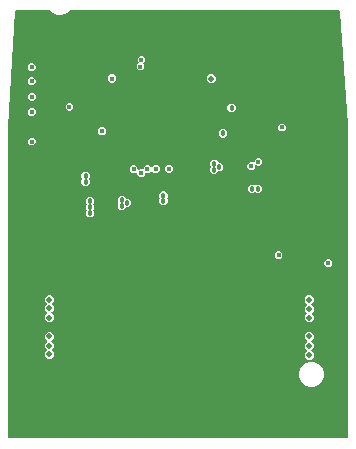
<source format=gbr>
G04 EAGLE Gerber RS-274X export*
G75*
%MOMM*%
%FSLAX34Y34*%
%LPD*%
%INCopper Layer 2*%
%IPPOS*%
%AMOC8*
5,1,8,0,0,1.08239X$1,22.5*%
G01*
%ADD10C,0.457200*%
%ADD11C,0.503200*%
%ADD12C,0.453200*%
%ADD13C,0.403200*%

G36*
X290896Y4771D02*
X290896Y4771D01*
X290915Y4769D01*
X291017Y4791D01*
X291119Y4807D01*
X291136Y4817D01*
X291156Y4821D01*
X291245Y4874D01*
X291336Y4923D01*
X291350Y4937D01*
X291367Y4947D01*
X291434Y5026D01*
X291506Y5101D01*
X291514Y5119D01*
X291527Y5134D01*
X291566Y5230D01*
X291609Y5324D01*
X291611Y5344D01*
X291619Y5362D01*
X291637Y5529D01*
X291637Y269887D01*
X291634Y269908D01*
X291635Y269942D01*
X284730Y365636D01*
X284713Y365705D01*
X284706Y365776D01*
X284685Y365824D01*
X284672Y365875D01*
X284657Y365899D01*
X284651Y366238D01*
X284649Y366251D01*
X284650Y366263D01*
X284627Y366372D01*
X284607Y366480D01*
X284601Y366491D01*
X284598Y366504D01*
X284541Y366599D01*
X284488Y366695D01*
X284478Y366704D01*
X284472Y366715D01*
X284388Y366787D01*
X284306Y366861D01*
X284295Y366866D01*
X284285Y366875D01*
X284182Y366916D01*
X284081Y366961D01*
X284069Y366962D01*
X284057Y366967D01*
X283890Y366985D01*
X56172Y366985D01*
X56082Y366970D01*
X55991Y366963D01*
X55961Y366951D01*
X55929Y366945D01*
X55849Y366903D01*
X55765Y366867D01*
X55733Y366841D01*
X55712Y366830D01*
X55690Y366807D01*
X55634Y366762D01*
X53765Y364893D01*
X49869Y363279D01*
X45651Y363279D01*
X41755Y364893D01*
X39886Y366762D01*
X39812Y366815D01*
X39743Y366875D01*
X39713Y366887D01*
X39686Y366906D01*
X39599Y366933D01*
X39515Y366967D01*
X39474Y366971D01*
X39451Y366978D01*
X39419Y366977D01*
X39348Y366985D01*
X11023Y366985D01*
X10904Y366966D01*
X10786Y366947D01*
X10783Y366946D01*
X10780Y366945D01*
X10674Y366889D01*
X10568Y366834D01*
X10566Y366832D01*
X10563Y366830D01*
X10480Y366743D01*
X10397Y366657D01*
X10396Y366654D01*
X10394Y366652D01*
X10343Y366543D01*
X10292Y366435D01*
X10291Y366431D01*
X10290Y366429D01*
X10289Y366418D01*
X10263Y366270D01*
X4364Y267952D01*
X4366Y267934D01*
X4363Y267906D01*
X4363Y5529D01*
X4366Y5509D01*
X4364Y5490D01*
X4386Y5388D01*
X4402Y5286D01*
X4412Y5269D01*
X4416Y5249D01*
X4469Y5160D01*
X4518Y5069D01*
X4532Y5055D01*
X4542Y5038D01*
X4621Y4971D01*
X4696Y4899D01*
X4714Y4891D01*
X4729Y4878D01*
X4825Y4839D01*
X4919Y4796D01*
X4939Y4794D01*
X4957Y4786D01*
X5124Y4768D01*
X290876Y4768D01*
X290896Y4771D01*
G37*
%LPC*%
G36*
X258651Y48279D02*
X258651Y48279D01*
X254755Y49893D01*
X251773Y52875D01*
X250159Y56771D01*
X250159Y60989D01*
X251773Y64885D01*
X254755Y67867D01*
X258651Y69481D01*
X262869Y69481D01*
X266765Y67867D01*
X269747Y64885D01*
X271361Y60989D01*
X271361Y56771D01*
X269747Y52875D01*
X266765Y49893D01*
X262869Y48279D01*
X258651Y48279D01*
G37*
%LPD*%
%LPC*%
G36*
X115390Y226122D02*
X115390Y226122D01*
X113464Y228047D01*
X113464Y229249D01*
X113453Y229320D01*
X113451Y229391D01*
X113433Y229440D01*
X113425Y229492D01*
X113391Y229555D01*
X113366Y229622D01*
X113334Y229663D01*
X113310Y229709D01*
X113258Y229758D01*
X113213Y229814D01*
X113169Y229843D01*
X113131Y229878D01*
X113066Y229909D01*
X113006Y229947D01*
X112955Y229960D01*
X112908Y229982D01*
X112837Y229990D01*
X112767Y230007D01*
X112715Y230003D01*
X112664Y230009D01*
X112593Y229994D01*
X112522Y229988D01*
X112474Y229968D01*
X112423Y229957D01*
X112362Y229920D01*
X112296Y229892D01*
X112240Y229847D01*
X112212Y229831D01*
X112197Y229813D01*
X112165Y229787D01*
X111593Y229215D01*
X108870Y229215D01*
X106945Y231141D01*
X106945Y233864D01*
X108870Y235789D01*
X111593Y235789D01*
X113518Y233864D01*
X113518Y232662D01*
X113530Y232591D01*
X113532Y232520D01*
X113550Y232471D01*
X113558Y232419D01*
X113592Y232356D01*
X113616Y232289D01*
X113649Y232248D01*
X113673Y232202D01*
X113725Y232153D01*
X113770Y232097D01*
X113814Y232068D01*
X113852Y232033D01*
X113917Y232002D01*
X113977Y231964D01*
X114027Y231951D01*
X114075Y231929D01*
X114146Y231921D01*
X114215Y231904D01*
X114267Y231908D01*
X114319Y231902D01*
X114389Y231917D01*
X114461Y231923D01*
X114508Y231943D01*
X114559Y231954D01*
X114621Y231991D01*
X114687Y232019D01*
X114743Y232064D01*
X114771Y232080D01*
X114786Y232098D01*
X114818Y232124D01*
X115390Y232696D01*
X117952Y232696D01*
X117972Y232699D01*
X117991Y232697D01*
X118093Y232719D01*
X118195Y232735D01*
X118212Y232745D01*
X118232Y232749D01*
X118321Y232802D01*
X118412Y232850D01*
X118426Y232865D01*
X118443Y232875D01*
X118510Y232954D01*
X118582Y233029D01*
X118590Y233047D01*
X118603Y233062D01*
X118642Y233158D01*
X118685Y233252D01*
X118687Y233272D01*
X118695Y233290D01*
X118713Y233457D01*
X118713Y234361D01*
X120639Y236287D01*
X123361Y236287D01*
X124962Y234686D01*
X124978Y234675D01*
X124990Y234659D01*
X125078Y234603D01*
X125161Y234543D01*
X125180Y234537D01*
X125197Y234526D01*
X125298Y234501D01*
X125397Y234471D01*
X125416Y234471D01*
X125436Y234466D01*
X125539Y234474D01*
X125642Y234477D01*
X125661Y234484D01*
X125681Y234485D01*
X125776Y234526D01*
X125873Y234561D01*
X125889Y234574D01*
X125907Y234582D01*
X126038Y234686D01*
X127639Y236287D01*
X130361Y236287D01*
X132287Y234361D01*
X132287Y231639D01*
X130361Y229713D01*
X127639Y229713D01*
X126038Y231314D01*
X126022Y231325D01*
X126010Y231341D01*
X125922Y231397D01*
X125839Y231457D01*
X125820Y231463D01*
X125803Y231474D01*
X125702Y231499D01*
X125603Y231529D01*
X125584Y231529D01*
X125564Y231534D01*
X125461Y231526D01*
X125358Y231523D01*
X125339Y231516D01*
X125319Y231515D01*
X125224Y231474D01*
X125127Y231439D01*
X125111Y231426D01*
X125093Y231418D01*
X124962Y231314D01*
X123361Y229713D01*
X120799Y229713D01*
X120779Y229710D01*
X120760Y229712D01*
X120658Y229690D01*
X120556Y229674D01*
X120539Y229664D01*
X120519Y229660D01*
X120430Y229607D01*
X120339Y229558D01*
X120325Y229544D01*
X120308Y229534D01*
X120241Y229455D01*
X120170Y229380D01*
X120161Y229362D01*
X120148Y229347D01*
X120109Y229251D01*
X120066Y229157D01*
X120064Y229137D01*
X120056Y229119D01*
X120038Y228952D01*
X120038Y228047D01*
X118112Y226122D01*
X115390Y226122D01*
G37*
%LPD*%
%LPC*%
G36*
X257431Y71213D02*
X257431Y71213D01*
X255213Y73431D01*
X255213Y76569D01*
X257106Y78462D01*
X257118Y78478D01*
X257134Y78490D01*
X257190Y78578D01*
X257250Y78661D01*
X257256Y78680D01*
X257267Y78697D01*
X257292Y78798D01*
X257322Y78897D01*
X257322Y78916D01*
X257327Y78936D01*
X257319Y79039D01*
X257316Y79142D01*
X257309Y79161D01*
X257308Y79181D01*
X257267Y79276D01*
X257232Y79373D01*
X257219Y79389D01*
X257211Y79407D01*
X257106Y79538D01*
X255213Y81431D01*
X255213Y84569D01*
X257106Y86462D01*
X257118Y86478D01*
X257134Y86490D01*
X257164Y86537D01*
X257180Y86555D01*
X257193Y86583D01*
X257250Y86661D01*
X257256Y86680D01*
X257267Y86697D01*
X257292Y86798D01*
X257322Y86897D01*
X257322Y86916D01*
X257327Y86936D01*
X257319Y87039D01*
X257316Y87142D01*
X257309Y87161D01*
X257308Y87181D01*
X257267Y87276D01*
X257232Y87373D01*
X257219Y87389D01*
X257211Y87407D01*
X257106Y87538D01*
X255213Y89431D01*
X255213Y92569D01*
X257431Y94787D01*
X260569Y94787D01*
X262787Y92569D01*
X262787Y89431D01*
X260894Y87538D01*
X260882Y87522D01*
X260866Y87510D01*
X260810Y87422D01*
X260750Y87339D01*
X260744Y87320D01*
X260733Y87303D01*
X260708Y87202D01*
X260678Y87103D01*
X260678Y87084D01*
X260673Y87064D01*
X260681Y86961D01*
X260684Y86858D01*
X260691Y86839D01*
X260692Y86819D01*
X260733Y86724D01*
X260768Y86627D01*
X260781Y86611D01*
X260789Y86593D01*
X260861Y86502D01*
X260867Y86492D01*
X260874Y86486D01*
X260894Y86462D01*
X262787Y84569D01*
X262787Y81431D01*
X260894Y79538D01*
X260882Y79522D01*
X260866Y79510D01*
X260810Y79422D01*
X260750Y79339D01*
X260744Y79320D01*
X260733Y79303D01*
X260708Y79202D01*
X260678Y79103D01*
X260678Y79084D01*
X260673Y79064D01*
X260681Y78961D01*
X260684Y78858D01*
X260691Y78839D01*
X260692Y78819D01*
X260733Y78724D01*
X260768Y78627D01*
X260781Y78611D01*
X260789Y78593D01*
X260894Y78462D01*
X262787Y76569D01*
X262787Y73431D01*
X260569Y71213D01*
X257431Y71213D01*
G37*
%LPD*%
%LPC*%
G36*
X257431Y103213D02*
X257431Y103213D01*
X255213Y105431D01*
X255213Y108569D01*
X256606Y109962D01*
X256618Y109978D01*
X256634Y109990D01*
X256690Y110078D01*
X256750Y110161D01*
X256756Y110180D01*
X256767Y110197D01*
X256792Y110298D01*
X256822Y110397D01*
X256822Y110416D01*
X256827Y110436D01*
X256819Y110539D01*
X256816Y110642D01*
X256809Y110661D01*
X256808Y110681D01*
X256767Y110776D01*
X256732Y110873D01*
X256719Y110889D01*
X256711Y110907D01*
X256606Y111038D01*
X255213Y112431D01*
X255213Y115569D01*
X257106Y117462D01*
X257118Y117478D01*
X257134Y117490D01*
X257190Y117578D01*
X257250Y117661D01*
X257256Y117680D01*
X257267Y117697D01*
X257292Y117798D01*
X257322Y117897D01*
X257322Y117916D01*
X257327Y117936D01*
X257319Y118039D01*
X257316Y118142D01*
X257309Y118161D01*
X257308Y118181D01*
X257267Y118276D01*
X257232Y118373D01*
X257219Y118389D01*
X257211Y118407D01*
X257106Y118538D01*
X255213Y120431D01*
X255213Y123569D01*
X257431Y125787D01*
X260569Y125787D01*
X262787Y123569D01*
X262787Y120431D01*
X260894Y118538D01*
X260882Y118522D01*
X260866Y118510D01*
X260810Y118422D01*
X260750Y118339D01*
X260744Y118320D01*
X260733Y118303D01*
X260708Y118202D01*
X260678Y118103D01*
X260678Y118084D01*
X260673Y118064D01*
X260681Y117961D01*
X260684Y117858D01*
X260691Y117839D01*
X260692Y117819D01*
X260733Y117724D01*
X260768Y117627D01*
X260781Y117611D01*
X260789Y117593D01*
X260894Y117462D01*
X262787Y115569D01*
X262787Y112431D01*
X261394Y111038D01*
X261382Y111022D01*
X261366Y111010D01*
X261310Y110922D01*
X261250Y110839D01*
X261244Y110820D01*
X261233Y110803D01*
X261208Y110702D01*
X261178Y110603D01*
X261178Y110584D01*
X261173Y110564D01*
X261181Y110461D01*
X261184Y110358D01*
X261191Y110339D01*
X261192Y110319D01*
X261233Y110224D01*
X261268Y110127D01*
X261281Y110111D01*
X261289Y110093D01*
X261394Y109962D01*
X262787Y108569D01*
X262787Y105431D01*
X260569Y103213D01*
X257431Y103213D01*
G37*
%LPD*%
%LPC*%
G36*
X37431Y103213D02*
X37431Y103213D01*
X35213Y105431D01*
X35213Y108569D01*
X37106Y110462D01*
X37118Y110478D01*
X37134Y110490D01*
X37190Y110578D01*
X37250Y110661D01*
X37256Y110680D01*
X37267Y110697D01*
X37292Y110798D01*
X37322Y110897D01*
X37322Y110916D01*
X37327Y110936D01*
X37319Y111039D01*
X37316Y111142D01*
X37309Y111161D01*
X37308Y111181D01*
X37267Y111276D01*
X37232Y111373D01*
X37219Y111389D01*
X37211Y111407D01*
X37106Y111538D01*
X35213Y113431D01*
X35213Y116569D01*
X36606Y117962D01*
X36618Y117978D01*
X36634Y117990D01*
X36690Y118078D01*
X36750Y118161D01*
X36756Y118180D01*
X36767Y118197D01*
X36792Y118298D01*
X36822Y118397D01*
X36822Y118416D01*
X36827Y118436D01*
X36819Y118539D01*
X36816Y118642D01*
X36809Y118661D01*
X36808Y118681D01*
X36767Y118776D01*
X36732Y118873D01*
X36719Y118889D01*
X36711Y118907D01*
X36606Y119038D01*
X35213Y120431D01*
X35213Y123569D01*
X37431Y125787D01*
X40569Y125787D01*
X42787Y123569D01*
X42787Y120431D01*
X41394Y119038D01*
X41382Y119022D01*
X41366Y119010D01*
X41310Y118922D01*
X41250Y118839D01*
X41244Y118820D01*
X41233Y118803D01*
X41208Y118702D01*
X41178Y118603D01*
X41178Y118584D01*
X41173Y118564D01*
X41181Y118461D01*
X41184Y118358D01*
X41191Y118339D01*
X41192Y118319D01*
X41233Y118224D01*
X41268Y118127D01*
X41281Y118111D01*
X41289Y118093D01*
X41394Y117962D01*
X42787Y116569D01*
X42787Y113431D01*
X40894Y111538D01*
X40882Y111522D01*
X40866Y111510D01*
X40810Y111422D01*
X40750Y111339D01*
X40744Y111320D01*
X40733Y111303D01*
X40708Y111202D01*
X40678Y111103D01*
X40678Y111084D01*
X40673Y111064D01*
X40681Y110961D01*
X40684Y110858D01*
X40691Y110839D01*
X40692Y110819D01*
X40733Y110724D01*
X40768Y110627D01*
X40781Y110611D01*
X40789Y110593D01*
X40894Y110462D01*
X42787Y108569D01*
X42787Y105431D01*
X40569Y103213D01*
X37431Y103213D01*
G37*
%LPD*%
%LPC*%
G36*
X37431Y72213D02*
X37431Y72213D01*
X35213Y74431D01*
X35213Y77569D01*
X36606Y78962D01*
X36618Y78978D01*
X36634Y78990D01*
X36690Y79078D01*
X36750Y79161D01*
X36756Y79180D01*
X36767Y79197D01*
X36792Y79298D01*
X36822Y79397D01*
X36822Y79416D01*
X36827Y79436D01*
X36819Y79539D01*
X36816Y79642D01*
X36809Y79661D01*
X36808Y79681D01*
X36767Y79776D01*
X36732Y79873D01*
X36719Y79889D01*
X36711Y79907D01*
X36606Y80038D01*
X35213Y81431D01*
X35213Y84569D01*
X37106Y86462D01*
X37118Y86478D01*
X37134Y86490D01*
X37164Y86537D01*
X37180Y86555D01*
X37193Y86583D01*
X37250Y86661D01*
X37256Y86680D01*
X37267Y86697D01*
X37292Y86798D01*
X37322Y86897D01*
X37322Y86916D01*
X37327Y86936D01*
X37319Y87039D01*
X37316Y87142D01*
X37309Y87161D01*
X37308Y87181D01*
X37267Y87276D01*
X37232Y87373D01*
X37219Y87389D01*
X37211Y87407D01*
X37106Y87538D01*
X35213Y89431D01*
X35213Y92569D01*
X37431Y94787D01*
X40569Y94787D01*
X42787Y92569D01*
X42787Y89431D01*
X40894Y87538D01*
X40882Y87522D01*
X40866Y87510D01*
X40810Y87422D01*
X40750Y87339D01*
X40744Y87320D01*
X40733Y87303D01*
X40708Y87202D01*
X40678Y87103D01*
X40678Y87084D01*
X40673Y87064D01*
X40681Y86961D01*
X40684Y86858D01*
X40691Y86839D01*
X40692Y86819D01*
X40733Y86724D01*
X40768Y86627D01*
X40781Y86611D01*
X40789Y86593D01*
X40861Y86502D01*
X40867Y86492D01*
X40874Y86486D01*
X40894Y86462D01*
X42787Y84569D01*
X42787Y81431D01*
X41394Y80038D01*
X41382Y80022D01*
X41366Y80010D01*
X41310Y79922D01*
X41250Y79839D01*
X41244Y79820D01*
X41233Y79803D01*
X41208Y79702D01*
X41178Y79603D01*
X41178Y79584D01*
X41173Y79564D01*
X41181Y79461D01*
X41184Y79358D01*
X41191Y79339D01*
X41192Y79319D01*
X41233Y79224D01*
X41268Y79127D01*
X41281Y79111D01*
X41289Y79093D01*
X41394Y78962D01*
X42787Y77569D01*
X42787Y74431D01*
X40569Y72213D01*
X37431Y72213D01*
G37*
%LPD*%
%LPC*%
G36*
X71916Y191948D02*
X71916Y191948D01*
X69832Y194032D01*
X69832Y196978D01*
X70321Y197467D01*
X70332Y197483D01*
X70348Y197495D01*
X70404Y197582D01*
X70464Y197666D01*
X70470Y197685D01*
X70481Y197702D01*
X70506Y197803D01*
X70537Y197902D01*
X70536Y197921D01*
X70541Y197941D01*
X70533Y198044D01*
X70530Y198147D01*
X70523Y198166D01*
X70522Y198186D01*
X70481Y198281D01*
X70446Y198378D01*
X70433Y198394D01*
X70426Y198412D01*
X70321Y198543D01*
X69832Y199032D01*
X69832Y201978D01*
X70321Y202467D01*
X70332Y202483D01*
X70348Y202495D01*
X70404Y202583D01*
X70464Y202666D01*
X70470Y202685D01*
X70481Y202702D01*
X70506Y202803D01*
X70537Y202902D01*
X70536Y202921D01*
X70541Y202941D01*
X70533Y203044D01*
X70530Y203147D01*
X70523Y203166D01*
X70522Y203186D01*
X70481Y203281D01*
X70446Y203378D01*
X70433Y203394D01*
X70426Y203412D01*
X70321Y203543D01*
X69832Y204032D01*
X69832Y206978D01*
X71916Y209062D01*
X74862Y209062D01*
X76946Y206978D01*
X76946Y204032D01*
X76457Y203543D01*
X76446Y203527D01*
X76430Y203515D01*
X76374Y203427D01*
X76314Y203344D01*
X76308Y203325D01*
X76297Y203308D01*
X76272Y203207D01*
X76241Y203108D01*
X76242Y203089D01*
X76237Y203069D01*
X76245Y202966D01*
X76248Y202863D01*
X76255Y202844D01*
X76256Y202824D01*
X76297Y202729D01*
X76332Y202632D01*
X76345Y202616D01*
X76352Y202598D01*
X76457Y202467D01*
X76946Y201978D01*
X76946Y199032D01*
X76457Y198543D01*
X76446Y198527D01*
X76430Y198515D01*
X76374Y198427D01*
X76314Y198344D01*
X76308Y198325D01*
X76297Y198308D01*
X76272Y198207D01*
X76241Y198108D01*
X76242Y198089D01*
X76237Y198069D01*
X76245Y197966D01*
X76248Y197863D01*
X76255Y197844D01*
X76256Y197824D01*
X76297Y197729D01*
X76332Y197632D01*
X76345Y197616D01*
X76352Y197598D01*
X76457Y197467D01*
X76946Y196978D01*
X76946Y194032D01*
X74862Y191948D01*
X71916Y191948D01*
G37*
%LPD*%
%LPC*%
G36*
X177054Y228606D02*
X177054Y228606D01*
X174971Y230690D01*
X174971Y233636D01*
X175454Y234119D01*
X175466Y234136D01*
X175481Y234148D01*
X175537Y234235D01*
X175598Y234319D01*
X175604Y234338D01*
X175614Y234355D01*
X175640Y234455D01*
X175640Y234457D01*
X175642Y234460D01*
X175642Y234462D01*
X175670Y234554D01*
X175670Y234574D01*
X175674Y234594D01*
X175667Y234689D01*
X175669Y234705D01*
X175666Y234718D01*
X175664Y234800D01*
X175657Y234819D01*
X175655Y234839D01*
X175623Y234915D01*
X175616Y234945D01*
X175602Y234969D01*
X175579Y235031D01*
X175567Y235047D01*
X175559Y235065D01*
X175502Y235136D01*
X175490Y235156D01*
X175477Y235167D01*
X175454Y235196D01*
X175068Y235583D01*
X175068Y238529D01*
X177151Y240613D01*
X180098Y240613D01*
X182290Y238420D01*
X182336Y238333D01*
X182350Y238320D01*
X182361Y238303D01*
X182439Y238235D01*
X182514Y238164D01*
X182532Y238156D01*
X182548Y238143D01*
X182644Y238104D01*
X182737Y238060D01*
X182757Y238058D01*
X182776Y238051D01*
X182942Y238032D01*
X184204Y238032D01*
X186287Y235949D01*
X186287Y233002D01*
X184204Y230919D01*
X182629Y230919D01*
X182539Y230904D01*
X182448Y230897D01*
X182418Y230884D01*
X182386Y230879D01*
X182305Y230836D01*
X182221Y230801D01*
X182189Y230775D01*
X182169Y230764D01*
X182146Y230741D01*
X182091Y230696D01*
X180001Y228606D01*
X177054Y228606D01*
G37*
%LPD*%
%LPC*%
G36*
X98777Y198005D02*
X98777Y198005D01*
X96693Y200088D01*
X96693Y203035D01*
X97116Y203458D01*
X97127Y203474D01*
X97143Y203486D01*
X97199Y203573D01*
X97259Y203657D01*
X97265Y203676D01*
X97276Y203693D01*
X97301Y203793D01*
X97332Y203892D01*
X97331Y203912D01*
X97336Y203932D01*
X97328Y204035D01*
X97325Y204138D01*
X97318Y204157D01*
X97317Y204177D01*
X97276Y204272D01*
X97241Y204369D01*
X97228Y204385D01*
X97221Y204403D01*
X97116Y204534D01*
X96662Y204988D01*
X96662Y207934D01*
X98746Y210018D01*
X101692Y210018D01*
X103859Y207851D01*
X103933Y207798D01*
X104002Y207739D01*
X104032Y207726D01*
X104058Y207708D01*
X104145Y207681D01*
X104230Y207647D01*
X104271Y207642D01*
X104293Y207635D01*
X104326Y207636D01*
X104397Y207628D01*
X105858Y207628D01*
X107941Y205545D01*
X107941Y202598D01*
X105858Y200515D01*
X104548Y200515D01*
X104458Y200500D01*
X104367Y200493D01*
X104337Y200480D01*
X104305Y200475D01*
X104225Y200432D01*
X104141Y200397D01*
X104109Y200371D01*
X104088Y200360D01*
X104066Y200337D01*
X104010Y200292D01*
X101723Y198005D01*
X98777Y198005D01*
G37*
%LPD*%
%LPC*%
G36*
X213997Y212515D02*
X213997Y212515D01*
X213525Y212987D01*
X213509Y212999D01*
X213497Y213014D01*
X213409Y213070D01*
X213325Y213131D01*
X213306Y213136D01*
X213290Y213147D01*
X213189Y213173D01*
X213090Y213203D01*
X213070Y213202D01*
X213051Y213207D01*
X212948Y213199D01*
X212844Y213197D01*
X212826Y213190D01*
X212806Y213188D01*
X212711Y213148D01*
X212613Y213112D01*
X212598Y213100D01*
X212580Y213092D01*
X212449Y212987D01*
X211978Y212517D01*
X209032Y212517D01*
X206948Y214600D01*
X206948Y217547D01*
X209032Y219630D01*
X211978Y219630D01*
X212450Y219158D01*
X212466Y219147D01*
X212479Y219131D01*
X212566Y219075D01*
X212650Y219015D01*
X212669Y219009D01*
X212686Y218998D01*
X212786Y218973D01*
X212885Y218943D01*
X212905Y218943D01*
X212924Y218938D01*
X213027Y218946D01*
X213131Y218949D01*
X213150Y218956D01*
X213170Y218957D01*
X213264Y218998D01*
X213362Y219033D01*
X213378Y219046D01*
X213396Y219054D01*
X213527Y219158D01*
X213997Y219629D01*
X216944Y219629D01*
X219027Y217545D01*
X219027Y214599D01*
X216944Y212515D01*
X213997Y212515D01*
G37*
%LPD*%
%LPC*%
G36*
X134009Y202061D02*
X134009Y202061D01*
X131926Y204144D01*
X131926Y207091D01*
X132303Y207468D01*
X132315Y207484D01*
X132330Y207496D01*
X132386Y207583D01*
X132446Y207667D01*
X132452Y207686D01*
X132463Y207703D01*
X132488Y207803D01*
X132519Y207902D01*
X132518Y207922D01*
X132523Y207942D01*
X132515Y208045D01*
X132512Y208148D01*
X132506Y208167D01*
X132504Y208187D01*
X132464Y208282D01*
X132458Y208298D01*
X132457Y208301D01*
X132456Y208303D01*
X132428Y208379D01*
X132416Y208395D01*
X132408Y208413D01*
X132338Y208500D01*
X132331Y208512D01*
X132323Y208519D01*
X132303Y208544D01*
X131996Y208852D01*
X131996Y211798D01*
X134079Y213881D01*
X137026Y213881D01*
X139109Y211798D01*
X139109Y208852D01*
X138732Y208475D01*
X138720Y208458D01*
X138705Y208446D01*
X138649Y208359D01*
X138589Y208275D01*
X138583Y208256D01*
X138572Y208239D01*
X138547Y208139D01*
X138516Y208040D01*
X138517Y208020D01*
X138512Y208000D01*
X138520Y207897D01*
X138523Y207794D01*
X138529Y207775D01*
X138531Y207755D01*
X138571Y207660D01*
X138607Y207563D01*
X138619Y207547D01*
X138627Y207529D01*
X138732Y207398D01*
X139039Y207091D01*
X139039Y204144D01*
X136956Y202061D01*
X134009Y202061D01*
G37*
%LPD*%
%LPC*%
G36*
X68177Y218516D02*
X68177Y218516D01*
X66093Y220599D01*
X66093Y223546D01*
X66370Y223823D01*
X66382Y223839D01*
X66397Y223851D01*
X66453Y223938D01*
X66514Y224022D01*
X66519Y224042D01*
X66530Y224058D01*
X66555Y224159D01*
X66586Y224258D01*
X66585Y224278D01*
X66590Y224297D01*
X66582Y224400D01*
X66580Y224503D01*
X66573Y224522D01*
X66571Y224542D01*
X66531Y224637D01*
X66495Y224734D01*
X66483Y224750D01*
X66475Y224768D01*
X66370Y224899D01*
X66036Y225233D01*
X66036Y228180D01*
X68120Y230263D01*
X71066Y230263D01*
X73150Y228180D01*
X73150Y225233D01*
X72873Y224956D01*
X72861Y224940D01*
X72846Y224928D01*
X72790Y224841D01*
X72729Y224756D01*
X72723Y224737D01*
X72713Y224721D01*
X72687Y224620D01*
X72657Y224521D01*
X72657Y224501D01*
X72653Y224482D01*
X72661Y224379D01*
X72663Y224276D01*
X72670Y224257D01*
X72672Y224237D01*
X72712Y224142D01*
X72748Y224045D01*
X72760Y224029D01*
X72768Y224011D01*
X72873Y223880D01*
X73207Y223546D01*
X73207Y220599D01*
X71123Y218516D01*
X68177Y218516D01*
G37*
%LPD*%
%LPC*%
G36*
X208639Y231713D02*
X208639Y231713D01*
X206713Y233639D01*
X206713Y236361D01*
X208639Y238287D01*
X211361Y238287D01*
X211414Y238234D01*
X211472Y238193D01*
X211524Y238143D01*
X211571Y238121D01*
X211613Y238091D01*
X211682Y238070D01*
X211747Y238040D01*
X211799Y238034D01*
X211849Y238018D01*
X211920Y238020D01*
X211991Y238012D01*
X212042Y238024D01*
X212094Y238025D01*
X212162Y238049D01*
X212232Y238065D01*
X212277Y238091D01*
X212325Y238109D01*
X212381Y238154D01*
X212443Y238191D01*
X212477Y238230D01*
X212517Y238263D01*
X212556Y238323D01*
X212603Y238378D01*
X212622Y238426D01*
X212650Y238470D01*
X212668Y238539D01*
X212695Y238606D01*
X212703Y238677D01*
X212711Y238708D01*
X212709Y238732D01*
X212713Y238773D01*
X212713Y240361D01*
X214639Y242287D01*
X217361Y242287D01*
X219287Y240361D01*
X219287Y237639D01*
X217361Y235713D01*
X214639Y235713D01*
X214586Y235766D01*
X214528Y235807D01*
X214476Y235857D01*
X214429Y235879D01*
X214387Y235909D01*
X214318Y235930D01*
X214253Y235960D01*
X214201Y235966D01*
X214151Y235982D01*
X214080Y235980D01*
X214009Y235988D01*
X213958Y235976D01*
X213906Y235975D01*
X213838Y235951D01*
X213768Y235935D01*
X213723Y235909D01*
X213675Y235891D01*
X213619Y235846D01*
X213557Y235809D01*
X213523Y235770D01*
X213483Y235737D01*
X213444Y235677D01*
X213397Y235622D01*
X213378Y235574D01*
X213350Y235530D01*
X213332Y235461D01*
X213305Y235394D01*
X213297Y235323D01*
X213289Y235292D01*
X213291Y235268D01*
X213287Y235227D01*
X213287Y233639D01*
X211361Y231713D01*
X208639Y231713D01*
G37*
%LPD*%
%LPC*%
G36*
X114746Y316243D02*
X114746Y316243D01*
X112821Y318168D01*
X112821Y320891D01*
X114239Y322309D01*
X114251Y322325D01*
X114266Y322338D01*
X114322Y322425D01*
X114382Y322509D01*
X114388Y322528D01*
X114399Y322545D01*
X114424Y322645D01*
X114455Y322744D01*
X114454Y322764D01*
X114459Y322783D01*
X114451Y322886D01*
X114448Y322990D01*
X114442Y323008D01*
X114440Y323028D01*
X114400Y323123D01*
X114364Y323221D01*
X114351Y323236D01*
X114344Y323255D01*
X114239Y323386D01*
X113660Y323965D01*
X113660Y326687D01*
X115585Y328613D01*
X118308Y328613D01*
X120233Y326687D01*
X120233Y323965D01*
X118815Y322547D01*
X118804Y322530D01*
X118788Y322518D01*
X118732Y322431D01*
X118672Y322347D01*
X118666Y322328D01*
X118655Y322311D01*
X118630Y322211D01*
X118599Y322112D01*
X118600Y322092D01*
X118595Y322073D01*
X118603Y321970D01*
X118606Y321866D01*
X118612Y321847D01*
X118614Y321827D01*
X118654Y321732D01*
X118690Y321635D01*
X118703Y321619D01*
X118710Y321601D01*
X118815Y321470D01*
X119394Y320891D01*
X119394Y318168D01*
X117469Y316243D01*
X114746Y316243D01*
G37*
%LPD*%
%LPC*%
G36*
X174531Y305610D02*
X174531Y305610D01*
X172313Y307828D01*
X172313Y310965D01*
X174531Y313183D01*
X177668Y313183D01*
X179887Y310965D01*
X179887Y307828D01*
X177668Y305610D01*
X174531Y305610D01*
G37*
%LPD*%
%LPC*%
G36*
X191822Y280809D02*
X191822Y280809D01*
X189739Y282892D01*
X189739Y285839D01*
X191822Y287922D01*
X194769Y287922D01*
X196852Y285839D01*
X196852Y282892D01*
X194769Y280809D01*
X191822Y280809D01*
G37*
%LPD*%
%LPC*%
G36*
X184411Y259324D02*
X184411Y259324D01*
X182327Y261408D01*
X182327Y264354D01*
X184411Y266438D01*
X187357Y266438D01*
X189441Y264354D01*
X189441Y261408D01*
X187357Y259324D01*
X184411Y259324D01*
G37*
%LPD*%
%LPC*%
G36*
X90446Y305854D02*
X90446Y305854D01*
X88374Y307926D01*
X88374Y310856D01*
X90446Y312928D01*
X93376Y312928D01*
X95448Y310856D01*
X95448Y307926D01*
X93376Y305854D01*
X90446Y305854D01*
G37*
%LPD*%
%LPC*%
G36*
X81984Y261348D02*
X81984Y261348D01*
X79912Y263419D01*
X79912Y266349D01*
X81984Y268421D01*
X84914Y268421D01*
X86985Y266349D01*
X86985Y263419D01*
X84914Y261348D01*
X81984Y261348D01*
G37*
%LPD*%
%LPC*%
G36*
X22639Y315713D02*
X22639Y315713D01*
X20713Y317639D01*
X20713Y320361D01*
X22639Y322287D01*
X25361Y322287D01*
X27287Y320361D01*
X27287Y317639D01*
X25361Y315713D01*
X22639Y315713D01*
G37*
%LPD*%
%LPC*%
G36*
X22639Y303713D02*
X22639Y303713D01*
X20713Y305639D01*
X20713Y308361D01*
X22639Y310287D01*
X25361Y310287D01*
X27287Y308361D01*
X27287Y305639D01*
X25361Y303713D01*
X22639Y303713D01*
G37*
%LPD*%
%LPC*%
G36*
X22639Y290713D02*
X22639Y290713D01*
X20713Y292639D01*
X20713Y295361D01*
X22639Y297287D01*
X25361Y297287D01*
X27287Y295361D01*
X27287Y292639D01*
X25361Y290713D01*
X22639Y290713D01*
G37*
%LPD*%
%LPC*%
G36*
X54643Y282206D02*
X54643Y282206D01*
X52718Y284131D01*
X52718Y286854D01*
X54643Y288779D01*
X57366Y288779D01*
X59291Y286854D01*
X59291Y284131D01*
X57366Y282206D01*
X54643Y282206D01*
G37*
%LPD*%
%LPC*%
G36*
X22639Y277713D02*
X22639Y277713D01*
X20713Y279639D01*
X20713Y282361D01*
X22639Y284287D01*
X25361Y284287D01*
X27287Y282361D01*
X27287Y279639D01*
X25361Y277713D01*
X22639Y277713D01*
G37*
%LPD*%
%LPC*%
G36*
X234639Y264713D02*
X234639Y264713D01*
X232713Y266639D01*
X232713Y269361D01*
X234639Y271287D01*
X237361Y271287D01*
X239287Y269361D01*
X239287Y266639D01*
X237361Y264713D01*
X234639Y264713D01*
G37*
%LPD*%
%LPC*%
G36*
X22639Y252713D02*
X22639Y252713D01*
X20713Y254639D01*
X20713Y257361D01*
X22639Y259287D01*
X25361Y259287D01*
X27287Y257361D01*
X27287Y254639D01*
X25361Y252713D01*
X22639Y252713D01*
G37*
%LPD*%
%LPC*%
G36*
X138639Y229713D02*
X138639Y229713D01*
X136713Y231639D01*
X136713Y234361D01*
X138639Y236287D01*
X141361Y236287D01*
X143287Y234361D01*
X143287Y231639D01*
X141361Y229713D01*
X138639Y229713D01*
G37*
%LPD*%
%LPC*%
G36*
X231639Y156713D02*
X231639Y156713D01*
X229713Y158639D01*
X229713Y161361D01*
X231639Y163287D01*
X234361Y163287D01*
X236287Y161361D01*
X236287Y158639D01*
X234361Y156713D01*
X231639Y156713D01*
G37*
%LPD*%
%LPC*%
G36*
X273639Y149713D02*
X273639Y149713D01*
X271713Y151639D01*
X271713Y154361D01*
X273639Y156287D01*
X276361Y156287D01*
X278287Y154361D01*
X278287Y151639D01*
X276361Y149713D01*
X273639Y149713D01*
G37*
%LPD*%
D10*
X193296Y284365D03*
X135552Y210325D03*
X135483Y205617D03*
D11*
X176100Y309396D03*
D10*
X69650Y222073D03*
X178528Y232163D03*
X182731Y234476D03*
X185884Y262881D03*
X69593Y226706D03*
D12*
X91911Y309391D03*
X83449Y264884D03*
D10*
X178624Y237056D03*
X123423Y287706D03*
X136758Y276371D03*
X123423Y265036D03*
X123423Y276371D03*
X136758Y287706D03*
X150093Y287706D03*
X150093Y276371D03*
X150093Y265036D03*
X136758Y265036D03*
X113009Y265036D03*
X112882Y275990D03*
X113009Y287706D03*
X160634Y264909D03*
X160634Y276371D03*
X160581Y287714D03*
X113009Y253036D03*
X123423Y253036D03*
X136702Y253176D03*
X150093Y253120D03*
X160593Y253071D03*
X113009Y299706D03*
X123423Y299706D03*
X136758Y299706D03*
X150093Y299706D03*
X160581Y299714D03*
D11*
X12714Y363153D03*
X21381Y363000D03*
X30762Y363000D03*
X40143Y363000D03*
X58905Y363000D03*
X68286Y363000D03*
X77667Y363000D03*
X87048Y363000D03*
X96429Y363000D03*
X105810Y363000D03*
X115191Y363000D03*
X124572Y363000D03*
X133953Y363000D03*
X143229Y363385D03*
X152967Y363378D03*
X162691Y363350D03*
X243398Y363000D03*
X252779Y363000D03*
X262160Y363000D03*
X271541Y363000D03*
X280922Y363000D03*
X12170Y353747D03*
X11634Y344055D03*
X11238Y334984D03*
X10455Y325170D03*
X9847Y316022D03*
X9490Y306890D03*
X8873Y297333D03*
X8873Y287952D03*
X8873Y278571D03*
X8873Y269190D03*
X8873Y259809D03*
X8873Y250428D03*
X8873Y241047D03*
X8873Y231666D03*
X8873Y222285D03*
X8873Y212904D03*
X8873Y184761D03*
X8873Y175380D03*
X8873Y165999D03*
X8873Y97205D03*
X8873Y87824D03*
X8873Y78443D03*
X8873Y69062D03*
X8873Y59681D03*
X8873Y50300D03*
X8873Y40919D03*
X8873Y31538D03*
X8873Y22157D03*
X8873Y12776D03*
X15127Y9649D03*
X24508Y9649D03*
X33889Y9649D03*
X43270Y9649D03*
X52651Y9649D03*
X62032Y9649D03*
X71413Y9649D03*
X80794Y9649D03*
X90175Y9649D03*
X99556Y9649D03*
X108937Y9649D03*
X118318Y9649D03*
X127699Y9649D03*
X137080Y9649D03*
X146461Y9649D03*
X155842Y9649D03*
X165223Y9649D03*
X174604Y9649D03*
X183985Y9649D03*
X193366Y9649D03*
X202747Y9649D03*
X212128Y9649D03*
X221509Y9649D03*
X230890Y9649D03*
X240271Y9649D03*
X249652Y9649D03*
X259033Y9649D03*
X268414Y9649D03*
X277795Y9649D03*
X287176Y9649D03*
X287176Y19030D03*
X287176Y28411D03*
X287176Y37792D03*
X287176Y47173D03*
X287176Y56554D03*
X287176Y65935D03*
X287176Y75316D03*
X287176Y84697D03*
X287176Y94078D03*
X287176Y103459D03*
X287176Y112840D03*
X287176Y122221D03*
X287176Y131602D03*
X287176Y140983D03*
X287176Y150364D03*
X287176Y159745D03*
X287176Y169126D03*
X287176Y178507D03*
X287176Y187888D03*
X287176Y197269D03*
X287176Y206650D03*
X287176Y216031D03*
X287176Y225412D03*
X287176Y234793D03*
X287176Y244174D03*
X287176Y253555D03*
X287176Y262936D03*
X287176Y272317D03*
X287176Y281698D03*
X287176Y291079D03*
X286176Y300460D03*
X286176Y309841D03*
X285176Y319222D03*
X284049Y328603D03*
X284049Y337984D03*
X283049Y347365D03*
X282049Y355746D03*
X8873Y106586D03*
X8873Y115967D03*
X8873Y125348D03*
X8873Y134729D03*
X8873Y144110D03*
X8873Y153491D03*
X8873Y203523D03*
X8873Y194142D03*
D13*
X131656Y326532D03*
X133365Y319734D03*
X129439Y331405D03*
X125787Y335057D03*
X124089Y342752D03*
X129516Y342745D03*
X134711Y341745D03*
X150321Y339715D03*
X27000Y348000D03*
X47000Y336000D03*
X35000Y331000D03*
X63000Y345000D03*
X49000Y345000D03*
X26000Y333000D03*
X51000Y327000D03*
X237000Y344000D03*
X253000Y325000D03*
X233000Y326000D03*
X257000Y343000D03*
X272000Y352000D03*
X248000Y352000D03*
X230000Y353000D03*
X269000Y308000D03*
X270000Y329000D03*
X253000Y313000D03*
X277000Y271000D03*
X269000Y280000D03*
X224000Y316000D03*
X264000Y260000D03*
X277000Y246000D03*
X264000Y247000D03*
X266000Y233000D03*
X251553Y237716D03*
X227000Y290000D03*
X228000Y275000D03*
X207000Y284000D03*
X200123Y284599D03*
X57000Y233000D03*
X59000Y201000D03*
X40000Y351000D03*
X63000Y355000D03*
X55000Y350000D03*
X21000Y355000D03*
X21000Y341000D03*
X37000Y341000D03*
X58000Y338000D03*
X61000Y327000D03*
X60000Y318000D03*
X246000Y333000D03*
X229000Y334000D03*
X226000Y343000D03*
X271000Y342000D03*
X277000Y317000D03*
X265000Y321000D03*
X264000Y297000D03*
X278000Y298000D03*
X262000Y333000D03*
X263000Y354000D03*
X245000Y308000D03*
X222000Y331000D03*
X219190Y351460D03*
X241000Y320000D03*
X275000Y213000D03*
X263000Y209000D03*
X261000Y220000D03*
X42444Y322245D03*
X50909Y316263D03*
D10*
X24009Y269036D03*
D13*
X247372Y344076D03*
X49697Y360861D03*
X74444Y293245D03*
X92444Y294245D03*
X89444Y276245D03*
X83444Y293245D03*
X77444Y279245D03*
X73000Y319000D03*
X83000Y319000D03*
X94000Y318000D03*
X139728Y339677D03*
X207553Y202716D03*
X212553Y225716D03*
X194553Y198716D03*
X211553Y195716D03*
X225553Y195716D03*
X228553Y232716D03*
X106553Y196716D03*
X118152Y222638D03*
X120571Y337527D03*
X117960Y342688D03*
X170160Y225193D03*
X135490Y225467D03*
X176829Y339974D03*
X183901Y339764D03*
X192147Y339504D03*
X199172Y339445D03*
X204255Y355330D03*
X204162Y363044D03*
D11*
X172306Y363302D03*
X181535Y363121D03*
X189916Y363000D03*
X198926Y363000D03*
D13*
X197905Y355330D03*
X191555Y355624D03*
X170857Y339555D03*
X155189Y342402D03*
X139330Y319848D03*
X139398Y327540D03*
X139768Y333653D03*
X195830Y333752D03*
X196027Y326810D03*
X202591Y333368D03*
X202394Y327018D03*
D11*
X219128Y363455D03*
X231946Y364270D03*
D13*
X219190Y357810D03*
X219190Y345110D03*
X162749Y357848D03*
X239925Y355524D03*
X148094Y360245D03*
X138712Y359697D03*
X129372Y359670D03*
X119920Y359505D03*
X151599Y319335D03*
X172609Y319600D03*
X183060Y319000D03*
X199088Y319647D03*
X192043Y318744D03*
X144932Y339669D03*
X212535Y337037D03*
X216915Y327451D03*
X209576Y327688D03*
X206142Y338812D03*
X219613Y335943D03*
D10*
X100219Y206461D03*
D13*
X210000Y235000D03*
X216000Y239000D03*
D10*
X73389Y195505D03*
X73389Y200505D03*
X73389Y205505D03*
X210505Y216074D03*
X215470Y216072D03*
D13*
X24000Y256000D03*
D10*
X100250Y201562D03*
X104384Y204071D03*
D13*
X24000Y307000D03*
X24000Y319000D03*
X116108Y319530D03*
X56005Y285492D03*
X110232Y232502D03*
X24000Y294000D03*
X116751Y229409D03*
X24000Y281000D03*
X122000Y233000D03*
X275000Y153000D03*
X129000Y233000D03*
X233000Y160000D03*
X140000Y233000D03*
X236000Y268000D03*
X116946Y325326D03*
D11*
X39000Y122000D03*
X39000Y115000D03*
X39000Y107000D03*
X39000Y91000D03*
X39000Y83000D03*
X39000Y76000D03*
X259000Y122000D03*
X259000Y107000D03*
X259000Y114000D03*
X259000Y91000D03*
X259000Y83000D03*
X259000Y75000D03*
M02*

</source>
